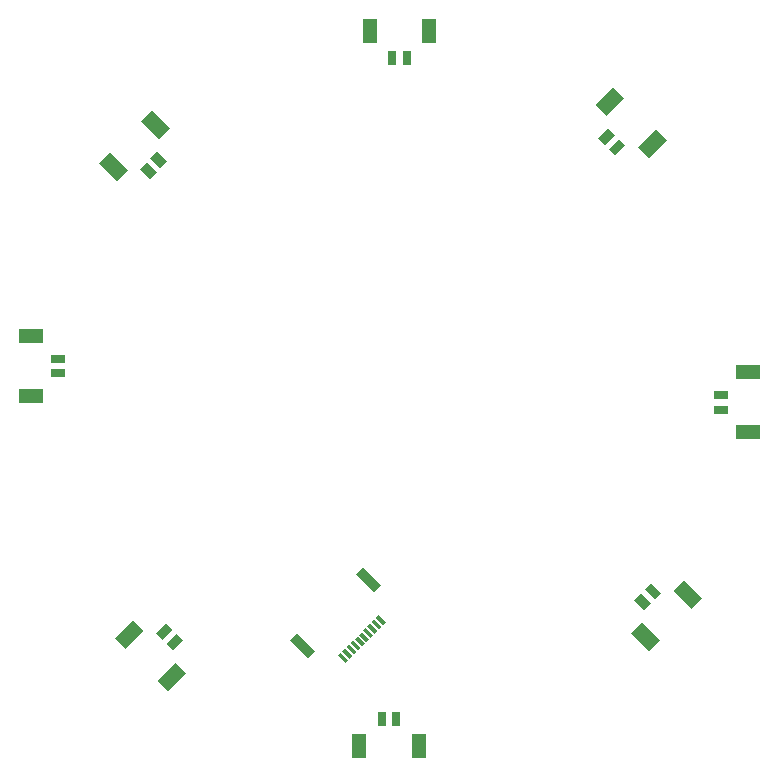
<source format=gbr>
G04 EAGLE Gerber RS-274X export*
G75*
%MOMM*%
%FSLAX34Y34*%
%LPD*%
%INSolderpaste Top*%
%IPPOS*%
%AMOC8*
5,1,8,0,0,1.08239X$1,22.5*%
G01*
G04 Define Apertures*
%ADD10R,0.800000X1.200000*%
%ADD11R,1.300000X2.150000*%
%ADD12R,1.200000X0.800000*%
%ADD13R,2.150000X1.300000*%
%ADD14R,0.330200X0.889000*%
%ADD15R,2.057400X0.838200*%
D10*
G36*
X550467Y162696D02*
X556124Y168353D01*
X564609Y159868D01*
X558952Y154211D01*
X550467Y162696D01*
G37*
G36*
X559306Y171535D02*
X564963Y177192D01*
X573448Y168707D01*
X567791Y163050D01*
X559306Y171535D01*
G37*
D11*
G36*
X548134Y134624D02*
X557326Y143816D01*
X572528Y128614D01*
X563336Y119422D01*
X548134Y134624D01*
G37*
G36*
X583843Y170333D02*
X593035Y179525D01*
X608237Y164323D01*
X599045Y155131D01*
X583843Y170333D01*
G37*
D12*
X623570Y323850D03*
X623570Y336350D03*
D13*
X646520Y304850D03*
X646520Y355350D03*
D10*
G36*
X534548Y539051D02*
X528891Y544708D01*
X537376Y553193D01*
X543033Y547536D01*
X534548Y539051D01*
G37*
G36*
X525709Y547889D02*
X520052Y553546D01*
X528537Y562031D01*
X534194Y556374D01*
X525709Y547889D01*
G37*
D11*
G36*
X562620Y536718D02*
X553428Y545910D01*
X568630Y561112D01*
X577822Y551920D01*
X562620Y536718D01*
G37*
G36*
X526911Y572426D02*
X517719Y581618D01*
X532921Y596820D01*
X542113Y587628D01*
X526911Y572426D01*
G37*
D10*
X358140Y621647D03*
X345640Y621647D03*
D11*
X377140Y644597D03*
X326640Y644597D03*
D10*
G36*
X155018Y533899D02*
X149361Y528242D01*
X140876Y536727D01*
X146533Y542384D01*
X155018Y533899D01*
G37*
G36*
X146179Y525060D02*
X140522Y519403D01*
X132037Y527888D01*
X137694Y533545D01*
X146179Y525060D01*
G37*
D11*
G36*
X157351Y561971D02*
X148159Y552779D01*
X132957Y567981D01*
X142149Y577173D01*
X157351Y561971D01*
G37*
G36*
X121642Y526262D02*
X112450Y517070D01*
X97248Y532272D01*
X106440Y541464D01*
X121642Y526262D01*
G37*
D12*
X62910Y367030D03*
X62910Y354530D03*
D13*
X39960Y386030D03*
X39960Y335530D03*
D10*
G36*
X153820Y142967D02*
X159477Y137310D01*
X150992Y128825D01*
X145335Y134482D01*
X153820Y142967D01*
G37*
G36*
X162659Y134128D02*
X168316Y128471D01*
X159831Y119986D01*
X154174Y125643D01*
X162659Y134128D01*
G37*
D11*
G36*
X125748Y145300D02*
X134940Y136108D01*
X119738Y120906D01*
X110546Y130098D01*
X125748Y145300D01*
G37*
G36*
X161457Y109591D02*
X170649Y100399D01*
X155447Y85197D01*
X146255Y94389D01*
X161457Y109591D01*
G37*
D10*
X336550Y62130D03*
X349050Y62130D03*
D11*
X317550Y39180D03*
X368050Y39180D03*
D14*
G36*
X331551Y147514D02*
X333886Y149849D01*
X340171Y143564D01*
X337836Y141229D01*
X331551Y147514D01*
G37*
G36*
X328015Y143978D02*
X330350Y146313D01*
X336635Y140028D01*
X334300Y137693D01*
X328015Y143978D01*
G37*
G36*
X324480Y140443D02*
X326815Y142778D01*
X333100Y136493D01*
X330765Y134158D01*
X324480Y140443D01*
G37*
G36*
X320944Y136907D02*
X323279Y139242D01*
X329564Y132957D01*
X327229Y130622D01*
X320944Y136907D01*
G37*
G36*
X317409Y133372D02*
X319744Y135707D01*
X326029Y129422D01*
X323694Y127087D01*
X317409Y133372D01*
G37*
G36*
X313873Y129836D02*
X316208Y132171D01*
X322493Y125886D01*
X320158Y123551D01*
X313873Y129836D01*
G37*
G36*
X310338Y126301D02*
X312673Y128636D01*
X318958Y122351D01*
X316623Y120016D01*
X310338Y126301D01*
G37*
G36*
X306802Y122765D02*
X309137Y125100D01*
X315422Y118815D01*
X313087Y116480D01*
X306802Y122765D01*
G37*
G36*
X303267Y119230D02*
X305602Y121565D01*
X311887Y115280D01*
X309552Y112945D01*
X303267Y119230D01*
G37*
G36*
X299731Y115694D02*
X302066Y118029D01*
X308351Y111744D01*
X306016Y109409D01*
X299731Y115694D01*
G37*
D15*
G36*
X329741Y169773D02*
X315194Y184320D01*
X321121Y190247D01*
X335668Y175700D01*
X329741Y169773D01*
G37*
G36*
X273880Y113912D02*
X259333Y128459D01*
X265260Y134386D01*
X279807Y119839D01*
X273880Y113912D01*
G37*
M02*

</source>
